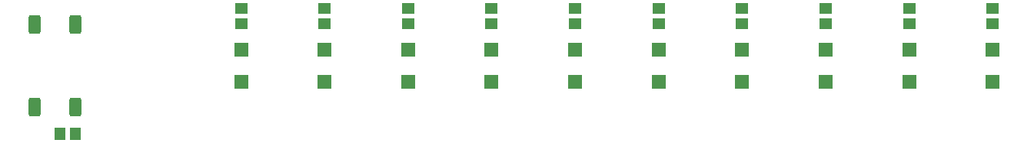
<source format=gtp>
G04*
G04 #@! TF.GenerationSoftware,Altium Limited,Altium Designer,22.9.1 (49)*
G04*
G04 Layer_Color=8421504*
%FSLAX44Y44*%
%MOMM*%
G71*
G04*
G04 #@! TF.SameCoordinates,C968DB6C-065F-4184-BE5B-E643EC6D71FD*
G04*
G04*
G04 #@! TF.FilePolarity,Positive*
G04*
G01*
G75*
%ADD12R,1.6000X1.5000*%
%ADD13R,1.3500X1.1500*%
%ADD14R,1.1500X1.3500*%
G04:AMPARAMS|DCode=15|XSize=1.4mm|YSize=2.1mm|CornerRadius=0.35mm|HoleSize=0mm|Usage=FLASHONLY|Rotation=0.000|XOffset=0mm|YOffset=0mm|HoleType=Round|Shape=RoundedRectangle|*
%AMROUNDEDRECTD15*
21,1,1.4000,1.4000,0,0,0.0*
21,1,0.7000,2.1000,0,0,0.0*
1,1,0.7000,0.3500,-0.7000*
1,1,0.7000,-0.3500,-0.7000*
1,1,0.7000,-0.3500,0.7000*
1,1,0.7000,0.3500,0.7000*
%
%ADD15ROUNDEDRECTD15*%
D12*
X1139000Y203000D02*
D03*
Y167000D02*
D03*
X1047000Y203000D02*
D03*
Y167000D02*
D03*
X955000Y203000D02*
D03*
Y167000D02*
D03*
X863000Y203000D02*
D03*
Y167000D02*
D03*
X771000Y203000D02*
D03*
Y167000D02*
D03*
X679000Y203000D02*
D03*
Y167000D02*
D03*
X587000Y203000D02*
D03*
Y167000D02*
D03*
X495000Y203000D02*
D03*
Y167000D02*
D03*
X403000Y203000D02*
D03*
Y167000D02*
D03*
X311000Y203000D02*
D03*
Y167000D02*
D03*
D13*
X1139000Y231250D02*
D03*
Y248750D02*
D03*
X1047000Y231250D02*
D03*
Y248750D02*
D03*
X955000Y231250D02*
D03*
Y248750D02*
D03*
X863000Y231250D02*
D03*
Y248750D02*
D03*
X771000Y231250D02*
D03*
Y248750D02*
D03*
X679000Y231250D02*
D03*
Y248750D02*
D03*
X587000Y231250D02*
D03*
Y248750D02*
D03*
X495000Y231250D02*
D03*
Y248750D02*
D03*
X403000Y231250D02*
D03*
Y248750D02*
D03*
X311000Y231250D02*
D03*
Y248750D02*
D03*
D14*
X111250Y110000D02*
D03*
X128750D02*
D03*
D15*
X128500Y139500D02*
D03*
X83500D02*
D03*
Y230500D02*
D03*
X128500D02*
D03*
M02*

</source>
